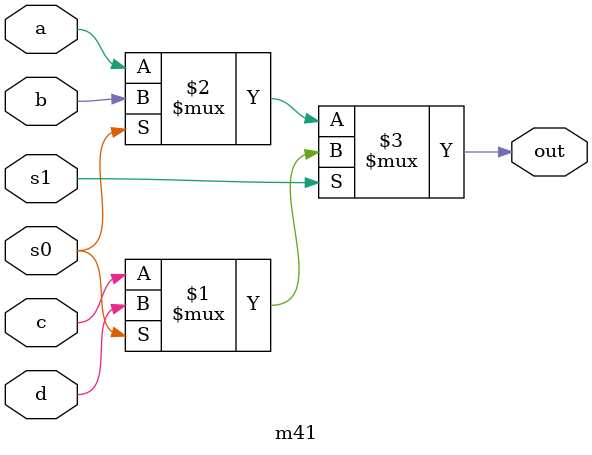
<source format=v>
`timescale 1ns / 1ps


module m41 ( 
    input a, 
    input b, 
    input c, 
    input d, 
    input s0, s1,
    output out); 

 assign out = s1 ? (s0 ? d : c) : (s0 ? b : a); 

endmodule

</source>
